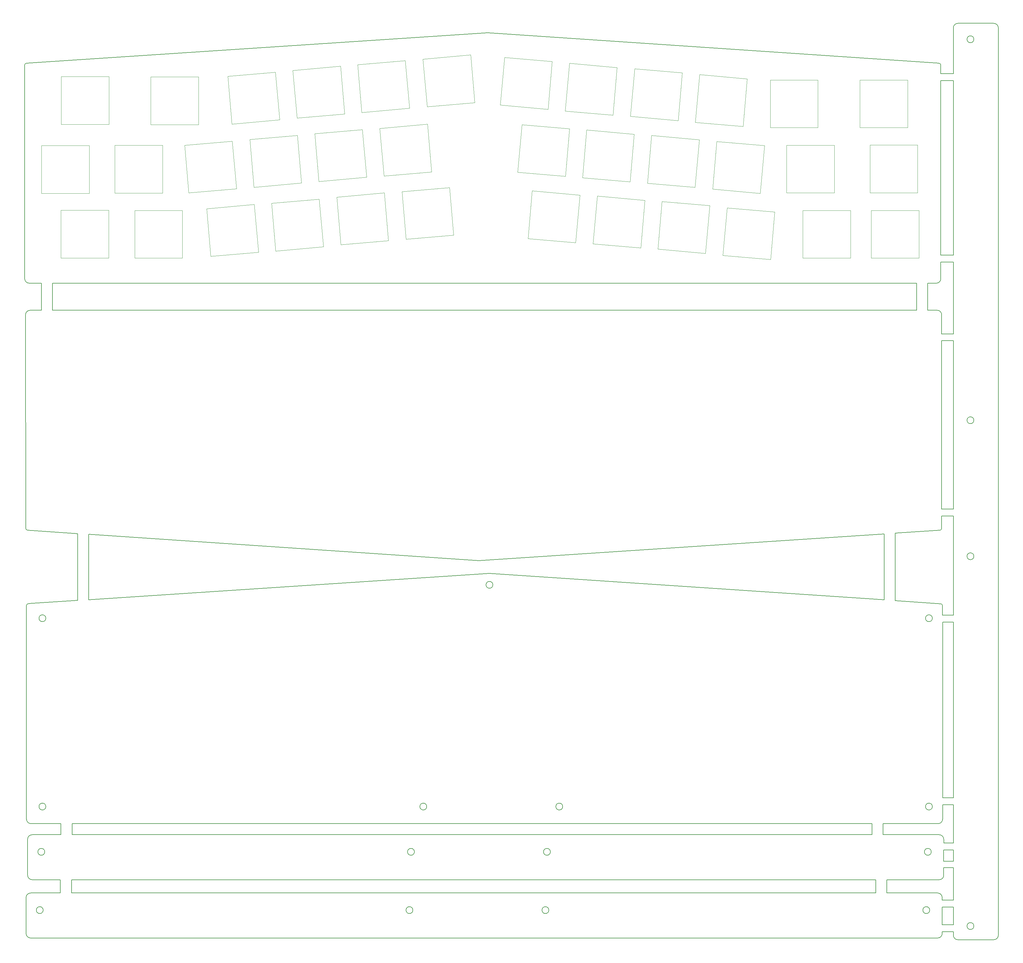
<source format=gbr>
%TF.GenerationSoftware,KiCad,Pcbnew,(5.1.6-0-10_14)*%
%TF.CreationDate,2020-09-01T22:17:50+09:00*%
%TF.ProjectId,cool836,636f6f6c-3833-4362-9e6b-696361645f70,rev?*%
%TF.SameCoordinates,Original*%
%TF.FileFunction,Profile,NP*%
%FSLAX46Y46*%
G04 Gerber Fmt 4.6, Leading zero omitted, Abs format (unit mm)*
G04 Created by KiCad (PCBNEW (5.1.6-0-10_14)) date 2020-09-01 22:17:50*
%MOMM*%
%LPD*%
G01*
G04 APERTURE LIST*
%TA.AperFunction,Profile*%
%ADD10C,0.200000*%
%TD*%
%TA.AperFunction,Profile*%
%ADD11C,0.050000*%
%TD*%
G04 APERTURE END LIST*
D10*
X306450000Y101975000D02*
X54025000Y101975000D01*
X47200000Y101974764D02*
G75*
G02*
X45875000Y103275000I0J1325236D01*
G01*
X59550000Y-76125000D02*
X59550000Y-72250000D01*
X56300000Y-72250000D02*
X48050000Y-72250000D01*
X47600000Y-76124765D02*
X56300000Y-76125000D01*
X56300000Y-72250000D02*
X56300000Y-76125000D01*
X59700000Y-59099765D02*
X59700000Y-55875000D01*
X56450000Y-55875000D02*
X47725000Y-55875235D01*
X48050000Y-59099765D02*
X56450000Y-59100000D01*
X56450000Y-55875000D02*
X56450000Y-59100000D01*
X313049765Y-72250235D02*
X297775000Y-72250235D01*
X297775000Y-76124765D02*
X312600000Y-76124765D01*
X294525000Y-72250000D02*
X294525000Y-76125000D01*
X297775000Y-76124765D02*
X297775000Y-72250235D01*
X296650000Y-59099765D02*
X296650000Y-55875235D01*
X312725000Y-55875235D02*
X296650000Y-55875235D01*
X296650000Y-59099765D02*
X313050000Y-59099765D01*
X293400000Y-55875000D02*
X293400000Y-59099765D01*
X313250079Y29825997D02*
X300225000Y28950000D01*
X300225000Y9250000D02*
X313501591Y8349921D01*
X300225000Y9250000D02*
X300225000Y28950000D01*
X296975000Y28725000D02*
X296975000Y9475000D01*
X61325000Y28850000D02*
X46673409Y29850079D01*
X64550000Y9550000D02*
X64550000Y28625000D01*
X46924921Y8374003D02*
X61325000Y9325000D01*
X61325000Y28850000D02*
X61325000Y9325000D01*
X54025000Y94075235D02*
X54025000Y101975000D01*
X50775000Y101975000D02*
X47200000Y101974764D01*
X47450000Y94075235D02*
X50775000Y94075235D01*
X50775000Y101975000D02*
X50775000Y94075235D01*
X312200000Y101974765D02*
X309700000Y101974765D01*
X309700000Y94075235D02*
X312450000Y94075235D01*
X309700000Y94075235D02*
X309700000Y101974765D01*
X306450000Y101975000D02*
X306450000Y94075235D01*
X313525000Y161150000D02*
X317174765Y161150000D01*
X317174765Y163150000D02*
X313525594Y163150000D01*
X317174765Y163150000D02*
X317174765Y176550000D01*
X313525594Y165675000D02*
X313525594Y163150000D01*
X317174765Y110175000D02*
X317174765Y161150000D01*
X313525000Y108175000D02*
X313525235Y103300000D01*
X317174765Y110175000D02*
X313525000Y110175000D01*
X313525000Y108175000D02*
X317174765Y108175000D01*
X313775235Y92750000D02*
X313775235Y87175000D01*
X317174765Y87175000D02*
X313775235Y87175000D01*
X317174765Y87175000D02*
X317174765Y108175000D01*
X313775000Y85175000D02*
X317174765Y85175000D01*
X313775000Y34000000D02*
X317175000Y34000000D01*
X317175000Y36025000D02*
X317174765Y85175000D01*
X313775000Y34000000D02*
X313775000Y30325000D01*
X317175000Y36025000D02*
X313775000Y36025000D01*
X317175000Y5025000D02*
X314000594Y5025000D01*
X314000594Y7825000D02*
X314000594Y5025000D01*
X314050000Y3000000D02*
X317175000Y3000000D01*
X317175000Y-48350000D02*
X317175000Y3000000D01*
X317175000Y-48350000D02*
X314050000Y-48350000D01*
X314050235Y-54550000D02*
X314050235Y-50350000D01*
X314050235Y-50350000D02*
X317175000Y-50350000D01*
X317175000Y-61525000D02*
X317175000Y-50350000D01*
X314375000Y-63525000D02*
X317175000Y-63525000D01*
X317175000Y-63525000D02*
X317175000Y-66850000D01*
X314375235Y-60425000D02*
X314375235Y-61525000D01*
X317175000Y-61525000D02*
X314375235Y-61525000D01*
X317175000Y-66850000D02*
X314375000Y-66850000D01*
X314375000Y-68725000D02*
X314375000Y-70925000D01*
X314375000Y-68725000D02*
X317175000Y-68725000D01*
X317175000Y-78225000D02*
X317175000Y-68725000D01*
X313925000Y-80225000D02*
X317175000Y-80225000D01*
X313925235Y-77450000D02*
X313925000Y-78225000D01*
X317175000Y-78225000D02*
X313925000Y-78225000D01*
X317175000Y-85400000D02*
X317175000Y-80225000D01*
X313925000Y-87400000D02*
X313925000Y-87950000D01*
X317175000Y-85400000D02*
X313925000Y-85400000D01*
X317174765Y-88450000D02*
X317174765Y-87400000D01*
X313925000Y-87400000D02*
X317174765Y-87400000D01*
X51275000Y-81125000D02*
G75*
G03*
X51275000Y-81125000I-1000000J0D01*
G01*
X47600000Y-89275000D02*
G75*
G02*
X46274765Y-87949765I0J1325235D01*
G01*
X312599765Y-89275235D02*
X47600000Y-89275000D01*
X159275000Y-81125000D02*
G75*
G03*
X159275000Y-81125000I-1000000J0D01*
G01*
X46274765Y-77450000D02*
G75*
G02*
X47600000Y-76124765I1325235J0D01*
G01*
X313925000Y-80225000D02*
X313925000Y-85400000D01*
X313925000Y-87950000D02*
G75*
G02*
X312599765Y-89275235I-1325235J0D01*
G01*
X199000000Y-81125000D02*
G75*
G03*
X199000000Y-81125000I-1000000J0D01*
G01*
X310275000Y-81125000D02*
G75*
G03*
X310275000Y-81125000I-1000000J0D01*
G01*
X312600000Y-76124765D02*
G75*
G02*
X313925235Y-77450000I0J-1325235D01*
G01*
X46274765Y-77450000D02*
X46274765Y-87949765D01*
X59550000Y-76125000D02*
X294525000Y-76125000D01*
X323175000Y-85775000D02*
G75*
G03*
X323175000Y-85775000I-1000000J0D01*
G01*
X330325000Y-88450000D02*
G75*
G02*
X328999765Y-89775235I-1325235J0D01*
G01*
X330325235Y176549765D02*
X330325000Y-88450000D01*
X323175000Y22225000D02*
G75*
G03*
X323175000Y22225000I-1000000J0D01*
G01*
X318500000Y-89775235D02*
G75*
G02*
X317174765Y-88450000I0J1325235D01*
G01*
X318500000Y177875235D02*
X329000000Y177875000D01*
X329000000Y177875000D02*
G75*
G02*
X330325235Y176549765I0J-1325235D01*
G01*
X323175000Y61950000D02*
G75*
G03*
X323175000Y61950000I-1000000J0D01*
G01*
X323175000Y173225000D02*
G75*
G03*
X323175000Y173225000I-1000000J0D01*
G01*
X317174765Y176550000D02*
G75*
G02*
X318500000Y177875235I1325235J0D01*
G01*
X318500000Y-89775235D02*
X328999765Y-89775235D01*
X317175000Y5025000D02*
X317175000Y34000000D01*
X294525000Y-72250000D02*
X59550000Y-72250000D01*
X46724765Y-60425000D02*
X46724765Y-70924765D01*
X48050000Y-72250000D02*
G75*
G02*
X46724765Y-70924765I0J1325235D01*
G01*
X314375000Y-63525000D02*
X314375000Y-66850000D01*
X314375000Y-70925000D02*
G75*
G02*
X313049765Y-72250235I-1325235J0D01*
G01*
X51725000Y-64100000D02*
G75*
G03*
X51725000Y-64100000I-1000000J0D01*
G01*
X59700000Y-59099765D02*
X293400000Y-59099765D01*
X46724765Y-60425000D02*
G75*
G02*
X48050000Y-59099765I1325235J0D01*
G01*
X313050000Y-59099765D02*
G75*
G02*
X314375235Y-60425000I0J-1325235D01*
G01*
X310725000Y-64100000D02*
G75*
G03*
X310725000Y-64100000I-1000000J0D01*
G01*
X159725000Y-64100000D02*
G75*
G03*
X159725000Y-64100000I-1000000J0D01*
G01*
X199450000Y-64100000D02*
G75*
G03*
X199450000Y-64100000I-1000000J0D01*
G01*
X181650000Y17250000D02*
X296975000Y9475000D01*
X181650000Y17250000D02*
X64550000Y9550000D01*
X47725000Y-55875235D02*
G75*
G02*
X46399765Y-54550000I0J1325235D01*
G01*
X314050235Y-54550000D02*
G75*
G02*
X312725000Y-55875235I-1325235J0D01*
G01*
X314050000Y3000000D02*
X314050000Y-48350000D01*
X293400000Y-55875000D02*
X59700000Y-55875000D01*
X311050000Y-50875000D02*
G75*
G03*
X311050000Y-50875000I-1000000J0D01*
G01*
X46400000Y7875000D02*
G75*
G02*
X46924921Y8374003I524921J-26591D01*
G01*
X52050000Y4125000D02*
G75*
G03*
X52050000Y4125000I-1000000J0D01*
G01*
X182650000Y13885000D02*
G75*
G03*
X182650000Y13885000I-1000000J0D01*
G01*
X163325000Y-50875000D02*
G75*
G03*
X163325000Y-50875000I-1000000J0D01*
G01*
X203050000Y-50875000D02*
G75*
G03*
X203050000Y-50875000I-1000000J0D01*
G01*
X46399765Y-54550000D02*
X46400000Y7875000D01*
X313501591Y8349921D02*
G75*
G02*
X314000594Y7825000I-26591J-524921D01*
G01*
X311050000Y4125000D02*
G75*
G03*
X311050000Y4125000I-1000000J0D01*
G01*
X52050000Y-50875000D02*
G75*
G03*
X52050000Y-50875000I-1000000J0D01*
G01*
X46673409Y29850079D02*
G75*
G02*
X46174406Y30375000I26591J524921D01*
G01*
X178525000Y20950000D02*
X64550000Y28625000D01*
X178525000Y20950000D02*
X296975000Y28725000D01*
X312450000Y94075235D02*
G75*
G02*
X313775235Y92750000I0J-1325235D01*
G01*
X46124765Y92750000D02*
G75*
G02*
X47450000Y94075235I1325235J0D01*
G01*
X313775000Y30325000D02*
G75*
G02*
X313250079Y29825997I-524921J26591D01*
G01*
X313775000Y85175000D02*
X313775000Y36025000D01*
X54025000Y94075235D02*
X306450000Y94075235D01*
X46174406Y30375000D02*
X46124765Y92750000D01*
D11*
X303825000Y161350000D02*
X289875000Y161350000D01*
X289875000Y161350000D02*
X289875000Y147400000D01*
X289875000Y147400000D02*
X303825000Y147400000D01*
X303825000Y147400000D02*
X303825000Y161350000D01*
X263675000Y147400000D02*
X277625000Y147400000D01*
X263675000Y161350000D02*
X263675000Y147400000D01*
X277625000Y147400000D02*
X277625000Y161350000D01*
X277625000Y161350000D02*
X263675000Y161350000D01*
X268475000Y128350000D02*
X282425000Y128350000D01*
X268475000Y142300000D02*
X268475000Y128350000D01*
X282425000Y128350000D02*
X282425000Y142300000D01*
X282425000Y142300000D02*
X268475000Y142300000D01*
X292800000Y142375000D02*
X292800000Y128425000D01*
X306750000Y128425000D02*
X306750000Y142375000D01*
X306750000Y142375000D02*
X292800000Y142375000D01*
X292800000Y128425000D02*
X306750000Y128425000D01*
X293200000Y109300000D02*
X307150000Y109300000D01*
X293200000Y123250000D02*
X293200000Y109300000D01*
X307150000Y109300000D02*
X307150000Y123250000D01*
X307150000Y123250000D02*
X293200000Y123250000D01*
X273175000Y109300000D02*
X287125000Y109300000D01*
X273175000Y123250000D02*
X273175000Y109300000D01*
X287125000Y123250000D02*
X273175000Y123250000D01*
X287125000Y109300000D02*
X287125000Y123250000D01*
X56525000Y162350000D02*
X56525000Y148400000D01*
X70475000Y162350000D02*
X56525000Y162350000D01*
X70475000Y148400000D02*
X70475000Y162350000D01*
X56525000Y148400000D02*
X70475000Y148400000D01*
X82700000Y162275000D02*
X82700000Y148325000D01*
X96650000Y162275000D02*
X82700000Y162275000D01*
X96650000Y148325000D02*
X96650000Y162275000D01*
X82700000Y148325000D02*
X96650000Y148325000D01*
X86125000Y142275000D02*
X72175000Y142275000D01*
X86125000Y128325000D02*
X86125000Y142275000D01*
X72175000Y128325000D02*
X86125000Y128325000D01*
X72175000Y142275000D02*
X72175000Y128325000D01*
X50800000Y128250000D02*
X64750000Y128250000D01*
X50800000Y142200000D02*
X50800000Y128250000D01*
X64750000Y142200000D02*
X50800000Y142200000D01*
X64750000Y128250000D02*
X64750000Y142200000D01*
X56475000Y123325000D02*
X56475000Y109375000D01*
X70425000Y123325000D02*
X56475000Y123325000D01*
X56475000Y109375000D02*
X70425000Y109375000D01*
X70425000Y109375000D02*
X70425000Y123325000D01*
X78000000Y109300000D02*
X91950000Y109300000D01*
X78000000Y123250000D02*
X78000000Y109300000D01*
X91950000Y123250000D02*
X78000000Y123250000D01*
X91950000Y109300000D02*
X91950000Y123250000D01*
X112925000Y124975000D02*
X99025000Y123750000D01*
X114150000Y111050000D02*
X112925000Y124975000D01*
X100225000Y109825000D02*
X114150000Y111050000D01*
X99025000Y123750000D02*
X100225000Y109825000D01*
X118000000Y125325000D02*
X119200000Y111400000D01*
X131900000Y126550000D02*
X118000000Y125325000D01*
X119200000Y111400000D02*
X133125000Y112625000D01*
X133125000Y112625000D02*
X131900000Y126550000D01*
X150925000Y128350000D02*
X137025000Y127125000D01*
X152150000Y114425000D02*
X150925000Y128350000D01*
X138225000Y113200000D02*
X152150000Y114425000D01*
X137025000Y127125000D02*
X138225000Y113200000D01*
X169950000Y129950000D02*
X156050000Y128725000D01*
X157250000Y114800000D02*
X171175000Y116025000D01*
X171175000Y116025000D02*
X169950000Y129950000D01*
X156050000Y128725000D02*
X157250000Y114800000D01*
X163500000Y148425000D02*
X149600000Y147200000D01*
X149600000Y147200000D02*
X150800000Y133275000D01*
X150800000Y133275000D02*
X164725000Y134500000D01*
X164725000Y134500000D02*
X163500000Y148425000D01*
X144525000Y146875000D02*
X130625000Y145650000D01*
X131825000Y131725000D02*
X145750000Y132950000D01*
X130625000Y145650000D02*
X131825000Y131725000D01*
X145750000Y132950000D02*
X144525000Y146875000D01*
X125500000Y145175000D02*
X111600000Y143950000D01*
X112800000Y130025000D02*
X126725000Y131250000D01*
X111600000Y143950000D02*
X112800000Y130025000D01*
X126725000Y131250000D02*
X125500000Y145175000D01*
X106500000Y143500000D02*
X92600000Y142275000D01*
X93800000Y128350000D02*
X107725000Y129575000D01*
X92600000Y142275000D02*
X93800000Y128350000D01*
X107725000Y129575000D02*
X106500000Y143500000D01*
X119125000Y163625000D02*
X105225000Y162400000D01*
X106425000Y148475000D02*
X120350000Y149700000D01*
X105225000Y162400000D02*
X106425000Y148475000D01*
X120350000Y149700000D02*
X119125000Y163625000D01*
X139325000Y151450000D02*
X138100000Y165375000D01*
X125400000Y150225000D02*
X139325000Y151450000D01*
X124200000Y164150000D02*
X125400000Y150225000D01*
X138100000Y165375000D02*
X124200000Y164150000D01*
X157050000Y167025000D02*
X143150000Y165800000D01*
X158275000Y153100000D02*
X157050000Y167025000D01*
X144350000Y151875000D02*
X158275000Y153100000D01*
X143150000Y165800000D02*
X144350000Y151875000D01*
X163425000Y153500000D02*
X177350000Y154725000D01*
X162225000Y167425000D02*
X163425000Y153500000D01*
X176125000Y168650000D02*
X162225000Y167425000D01*
X177350000Y154725000D02*
X176125000Y168650000D01*
X249825000Y110100000D02*
X251050000Y124025000D01*
X263750000Y108875000D02*
X249825000Y110100000D01*
X264975000Y122800000D02*
X263750000Y108875000D01*
X251050000Y124025000D02*
X264975000Y122800000D01*
X230825000Y111925000D02*
X232050000Y125850000D01*
X232050000Y125850000D02*
X245975000Y124625000D01*
X245975000Y124625000D02*
X244750000Y110700000D01*
X244750000Y110700000D02*
X230825000Y111925000D01*
X213125000Y127425000D02*
X227050000Y126200000D01*
X227050000Y126200000D02*
X225825000Y112275000D01*
X225825000Y112275000D02*
X211900000Y113500000D01*
X211900000Y113500000D02*
X213125000Y127425000D01*
X194125000Y128975000D02*
X208050000Y127750000D01*
X208050000Y127750000D02*
X206825000Y113825000D01*
X206825000Y113825000D02*
X192900000Y115050000D01*
X192900000Y115050000D02*
X194125000Y128975000D01*
X205050000Y147100000D02*
X203825000Y133175000D01*
X189900000Y134400000D02*
X191125000Y148325000D01*
X191125000Y148325000D02*
X205050000Y147100000D01*
X203825000Y133175000D02*
X189900000Y134400000D01*
X223950000Y145500000D02*
X222725000Y131575000D01*
X208800000Y132800000D02*
X210025000Y146725000D01*
X210025000Y146725000D02*
X223950000Y145500000D01*
X222725000Y131575000D02*
X208800000Y132800000D01*
X241700000Y129975000D02*
X227775000Y131200000D01*
X242925000Y143900000D02*
X241700000Y129975000D01*
X229000000Y145125000D02*
X242925000Y143900000D01*
X227775000Y131200000D02*
X229000000Y145125000D01*
X246825000Y129475000D02*
X248050000Y143400000D01*
X260750000Y128250000D02*
X246825000Y129475000D01*
X248050000Y143400000D02*
X261975000Y142175000D01*
X261975000Y142175000D02*
X260750000Y128250000D01*
X256950000Y161700000D02*
X255725000Y147775000D01*
X241800000Y149000000D02*
X243025000Y162925000D01*
X243025000Y162925000D02*
X256950000Y161700000D01*
X255725000Y147775000D02*
X241800000Y149000000D01*
X237975000Y163400000D02*
X236750000Y149475000D01*
X222825000Y150700000D02*
X224050000Y164625000D01*
X224050000Y164625000D02*
X237975000Y163400000D01*
X236750000Y149475000D02*
X222825000Y150700000D01*
X218950000Y165000000D02*
X217725000Y151075000D01*
X203800000Y152300000D02*
X205025000Y166225000D01*
X205025000Y166225000D02*
X218950000Y165000000D01*
X217725000Y151075000D02*
X203800000Y152300000D01*
X184800000Y154025000D02*
X186025000Y167950000D01*
X198725000Y152800000D02*
X184800000Y154025000D01*
X199950000Y166725000D02*
X198725000Y152800000D01*
X186025000Y167950000D02*
X199950000Y166725000D01*
D10*
X45875000Y165725000D02*
G75*
G02*
X46399921Y166224003I524921J-26591D01*
G01*
X313026591Y166199921D02*
G75*
G02*
X313525594Y165675000I-26591J-524921D01*
G01*
X313525235Y103300000D02*
G75*
G02*
X312200000Y101974765I-1325235J0D01*
G01*
X181125000Y175100000D02*
X46399921Y166224003D01*
X181125000Y175100000D02*
X313026591Y166199921D01*
X313525000Y161150000D02*
X313525000Y110175000D01*
X45875000Y103275000D02*
X45875000Y165725000D01*
M02*

</source>
